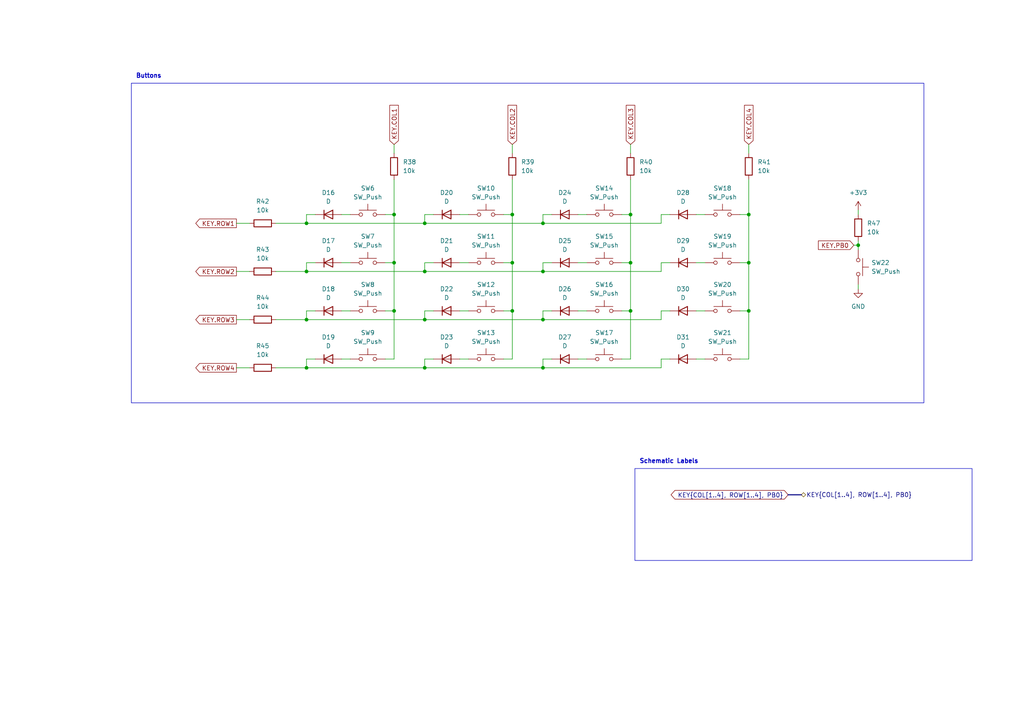
<source format=kicad_sch>
(kicad_sch (version 20230121) (generator eeschema)
  (paper "A4")
  (lib_symbols
    (symbol "Device:D" (pin_numbers hide) (pin_names (offset 1.016) hide)
      (property "Reference" "D" (at 0 2.54 0))
      (property "Value" "D" (at 0 -2.54 0))
      (symbol "D_0_1"
        (polyline (pts (xy -1.27 1.27) (xy -1.27 -1.27)) (stroke (width 0.254)))
        (polyline (pts (xy 1.27 0) (xy -1.27 0)))
        (polyline (pts (xy 1.27 1.27) (xy 1.27 -1.27) (xy -1.27 0) (xy 1.27 1.27)) (stroke (width 0.254)))
      )
      (symbol "D_1_1"
        (pin passive line (at -3.81 0 0) (length 2.54) (name "K") (number "1"))
        (pin passive line (at 3.81 0 180) (length 2.54) (name "A") (number "2"))
      )
    )
    (symbol "Device:R" (pin_numbers hide) (pin_names (offset 0))
      (property "Reference" "R" (at 2.032 0 90))
      (property "Value" "R" (at 0 0 90))
      (symbol "R_0_1"
        (rectangle (start -1.016 -2.54) (end 1.016 2.54) (stroke (width 0.254)))
      )
      (symbol "R_1_1"
        (pin passive line (at 0 3.81 270) (length 1.27) (name "~") (number "1"))
        (pin passive line (at 0 -3.81 90) (length 1.27) (name "~") (number "2"))
      )
    )
    (symbol "Switch:SW_Push" (pin_numbers hide) (pin_names (offset 1.016) hide)
      (property "Reference" "SW" (at 1.27 2.54 0))
      (property "Value" "SW_Push" (at 0 -1.524 0))
      (symbol "SW_Push_0_1"
        (circle (center -2.032 0) (radius 0.508))
        (polyline (pts (xy 0 1.27) (xy 0 3.048)))
        (polyline (pts (xy 2.54 1.27) (xy -2.54 1.27)))
        (circle (center 2.032 0) (radius 0.508))
        (pin passive line (at -5.08 0 0) (length 2.54) (name "1") (number "1"))
        (pin passive line (at 5.08 0 180) (length 2.54) (name "2") (number "2"))
      )
    )
    (symbol "power:+3V3" (power) (pin_names (offset 0))
      (property "Value" "+3V3" (at 0 3.556 0))
      (symbol "+3V3_0_1"
        (polyline (pts (xy -0.762 1.27) (xy 0 2.54)))
        (polyline (pts (xy 0 0) (xy 0 2.54)))
        (polyline (pts (xy 0 2.54) (xy 0.762 1.27)))
      )
      (symbol "+3V3_1_1"
        (pin power_in line (at 0 0 90) (length 0) hide (name "+3V3") (number "1"))
      )
    )
    (symbol "power:GND" (power) (pin_names (offset 0))
      (property "Value" "GND" (at 0 -3.81 0))
      (symbol "GND_0_1"
        (polyline (pts (xy 0 0) (xy 0 -1.27) (xy 1.27 -1.27) (xy 0 -2.54) (xy -1.27 -1.27) (xy 0 -1.27)))
      )
      (symbol "GND_1_1"
        (pin power_in line (at 0 0 270) (length 0) hide (name "GND") (number "1"))
      )
    )
  )
  (junction (at 248.92 71.12))
  (junction (at 88.9 106.68))
  (junction (at 123.19 64.77))
  (junction (at 123.19 78.74))
  (junction (at 157.48 92.71))
  (junction (at 88.9 64.77))
  (junction (at 114.3 90.17))
  (junction (at 217.17 62.23))
  (junction (at 148.59 90.17))
  (junction (at 88.9 92.71))
  (junction (at 114.3 76.2))
  (junction (at 157.48 64.77))
  (junction (at 217.17 90.17))
  (junction (at 157.48 78.74))
  (junction (at 182.88 76.2))
  (junction (at 157.48 106.68))
  (junction (at 182.88 62.23))
  (junction (at 123.19 92.71))
  (junction (at 123.19 106.68))
  (junction (at 182.88 90.17))
  (junction (at 148.59 76.2))
  (junction (at 114.3 62.23))
  (junction (at 88.9 78.74))
  (junction (at 217.17 76.2))
  (junction (at 148.59 62.23))
  (wire (pts (xy 123.19 90.17) (xy 123.19 92.71)))
  (wire (pts (xy 123.19 104.14) (xy 123.19 106.68)))
  (wire (pts (xy 182.88 41.91) (xy 182.88 44.45)))
  (wire (pts (xy 182.88 76.2) (xy 182.88 90.17)))
  (wire (pts (xy 180.34 76.2) (xy 182.88 76.2)))
  (wire (pts (xy 88.9 76.2) (xy 88.9 78.74)))
  (wire (pts (xy 157.48 76.2) (xy 157.48 78.74)))
  (wire (pts (xy 125.73 76.2) (xy 123.19 76.2)))
  (wire (pts (xy 180.34 90.17) (xy 182.88 90.17)))
  (wire (pts (xy 170.18 104.14) (xy 167.64 104.14)))
  (wire (pts (xy 135.89 62.23) (xy 133.35 62.23)))
  (wire (pts (xy 125.73 104.14) (xy 123.19 104.14)))
  (wire (pts (xy 88.9 62.23) (xy 88.9 64.77)))
  (wire (pts (xy 91.44 76.2) (xy 88.9 76.2)))
  (wire (pts (xy 146.05 62.23) (xy 148.59 62.23)))
  (wire (pts (xy 160.02 76.2) (xy 157.48 76.2)))
  (wire (pts (xy 148.59 90.17) (xy 148.59 104.14)))
  (wire (pts (xy 123.19 78.74) (xy 157.48 78.74)))
  (wire (pts (xy 217.17 104.14) (xy 214.63 104.14)))
  (wire (pts (xy 160.02 104.14) (xy 157.48 104.14)))
  (wire (pts (xy 123.19 76.2) (xy 123.19 78.74)))
  (wire (pts (xy 160.02 62.23) (xy 157.48 62.23)))
  (wire (pts (xy 214.63 76.2) (xy 217.17 76.2)))
  (wire (pts (xy 217.17 90.17) (xy 217.17 104.14)))
  (wire (pts (xy 114.3 104.14) (xy 111.76 104.14)))
  (wire (pts (xy 88.9 78.74) (xy 123.19 78.74)))
  (wire (pts (xy 123.19 92.71) (xy 157.48 92.71)))
  (wire (pts (xy 101.6 76.2) (xy 99.06 76.2)))
  (wire (pts (xy 157.48 64.77) (xy 191.77 64.77)))
  (wire (pts (xy 125.73 62.23) (xy 123.19 62.23)))
  (wire (pts (xy 123.19 64.77) (xy 157.48 64.77)))
  (wire (pts (xy 247.65 71.12) (xy 248.92 71.12)))
  (wire (pts (xy 248.92 69.85) (xy 248.92 71.12)))
  (wire (pts (xy 191.77 62.23) (xy 191.77 64.77)))
  (wire (pts (xy 123.19 106.68) (xy 157.48 106.68)))
  (wire (pts (xy 217.17 41.91) (xy 217.17 44.45)))
  (wire (pts (xy 191.77 90.17) (xy 191.77 92.71)))
  (wire (pts (xy 248.92 71.12) (xy 248.92 72.39)))
  (bus (pts (xy 228.6 143.51) (xy 232.41 143.51)))
  (wire (pts (xy 68.58 78.74) (xy 72.39 78.74)))
  (wire (pts (xy 146.05 90.17) (xy 148.59 90.17)))
  (wire (pts (xy 148.59 76.2) (xy 148.59 90.17)))
  (wire (pts (xy 91.44 90.17) (xy 88.9 90.17)))
  (wire (pts (xy 125.73 90.17) (xy 123.19 90.17)))
  (wire (pts (xy 68.58 64.77) (xy 72.39 64.77)))
  (wire (pts (xy 194.31 104.14) (xy 191.77 104.14)))
  (wire (pts (xy 182.88 62.23) (xy 182.88 76.2)))
  (wire (pts (xy 88.9 106.68) (xy 123.19 106.68)))
  (wire (pts (xy 217.17 62.23) (xy 217.17 76.2)))
  (wire (pts (xy 88.9 90.17) (xy 88.9 92.71)))
  (wire (pts (xy 114.3 76.2) (xy 114.3 90.17)))
  (wire (pts (xy 114.3 41.91) (xy 114.3 44.45)))
  (wire (pts (xy 217.17 76.2) (xy 217.17 90.17)))
  (wire (pts (xy 194.31 90.17) (xy 191.77 90.17)))
  (wire (pts (xy 217.17 52.07) (xy 217.17 62.23)))
  (wire (pts (xy 182.88 104.14) (xy 180.34 104.14)))
  (wire (pts (xy 91.44 104.14) (xy 88.9 104.14)))
  (wire (pts (xy 214.63 90.17) (xy 217.17 90.17)))
  (wire (pts (xy 182.88 90.17) (xy 182.88 104.14)))
  (wire (pts (xy 68.58 92.71) (xy 72.39 92.71)))
  (wire (pts (xy 157.48 62.23) (xy 157.48 64.77)))
  (wire (pts (xy 80.01 78.74) (xy 88.9 78.74)))
  (wire (pts (xy 91.44 62.23) (xy 88.9 62.23)))
  (wire (pts (xy 101.6 104.14) (xy 99.06 104.14)))
  (wire (pts (xy 182.88 52.07) (xy 182.88 62.23)))
  (wire (pts (xy 170.18 76.2) (xy 167.64 76.2)))
  (wire (pts (xy 204.47 90.17) (xy 201.93 90.17)))
  (wire (pts (xy 148.59 41.91) (xy 148.59 44.45)))
  (wire (pts (xy 114.3 62.23) (xy 114.3 76.2)))
  (wire (pts (xy 148.59 104.14) (xy 146.05 104.14)))
  (wire (pts (xy 114.3 52.07) (xy 114.3 62.23)))
  (wire (pts (xy 80.01 92.71) (xy 88.9 92.71)))
  (wire (pts (xy 88.9 104.14) (xy 88.9 106.68)))
  (wire (pts (xy 170.18 62.23) (xy 167.64 62.23)))
  (wire (pts (xy 191.77 104.14) (xy 191.77 106.68)))
  (wire (pts (xy 248.92 82.55) (xy 248.92 83.82)))
  (wire (pts (xy 68.58 106.68) (xy 72.39 106.68)))
  (wire (pts (xy 157.48 104.14) (xy 157.48 106.68)))
  (wire (pts (xy 101.6 62.23) (xy 99.06 62.23)))
  (wire (pts (xy 114.3 90.17) (xy 114.3 104.14)))
  (wire (pts (xy 146.05 76.2) (xy 148.59 76.2)))
  (wire (pts (xy 123.19 62.23) (xy 123.19 64.77)))
  (wire (pts (xy 204.47 76.2) (xy 201.93 76.2)))
  (wire (pts (xy 180.34 62.23) (xy 182.88 62.23)))
  (wire (pts (xy 111.76 62.23) (xy 114.3 62.23)))
  (wire (pts (xy 157.48 92.71) (xy 191.77 92.71)))
  (wire (pts (xy 111.76 90.17) (xy 114.3 90.17)))
  (wire (pts (xy 204.47 62.23) (xy 201.93 62.23)))
  (wire (pts (xy 111.76 76.2) (xy 114.3 76.2)))
  (wire (pts (xy 148.59 52.07) (xy 148.59 62.23)))
  (wire (pts (xy 157.48 90.17) (xy 157.48 92.71)))
  (wire (pts (xy 135.89 76.2) (xy 133.35 76.2)))
  (wire (pts (xy 80.01 106.68) (xy 88.9 106.68)))
  (wire (pts (xy 160.02 90.17) (xy 157.48 90.17)))
  (wire (pts (xy 101.6 90.17) (xy 99.06 90.17)))
  (wire (pts (xy 80.01 64.77) (xy 88.9 64.77)))
  (wire (pts (xy 88.9 92.71) (xy 123.19 92.71)))
  (wire (pts (xy 148.59 62.23) (xy 148.59 76.2)))
  (wire (pts (xy 88.9 64.77) (xy 123.19 64.77)))
  (wire (pts (xy 248.92 60.96) (xy 248.92 62.23)))
  (wire (pts (xy 214.63 62.23) (xy 217.17 62.23)))
  (wire (pts (xy 157.48 78.74) (xy 191.77 78.74)))
  (wire (pts (xy 194.31 62.23) (xy 191.77 62.23)))
  (wire (pts (xy 135.89 104.14) (xy 133.35 104.14)))
  (wire (pts (xy 204.47 104.14) (xy 201.93 104.14)))
  (wire (pts (xy 135.89 90.17) (xy 133.35 90.17)))
  (wire (pts (xy 194.31 76.2) (xy 191.77 76.2)))
  (wire (pts (xy 170.18 90.17) (xy 167.64 90.17)))
  (wire (pts (xy 157.48 106.68) (xy 191.77 106.68)))
  (wire (pts (xy 191.77 76.2) (xy 191.77 78.74)))
  (rectangle (start 184.15 135.89) (end 281.94 162.56))
  (rectangle (start 38.1 24.13) (end 267.97 116.84))
  (text "Buttons" (at 39.37 22.86 0) (effects (font (size 1.27 1.27) (thickness 0.254) bold) (justify left bottom)))
  (text "Schematic Labels" (at 185.42 134.62 0) (effects (font (size 1.27 1.27) (thickness 0.254) bold) (justify left bottom)))
  (global_label "KEY.ROW4" (shape output) (at 68.58 106.68 180) (property "Intersheetrefs" "${INTERSHEET_REFS}" (effects hide)))
  (global_label "KEY.PB0" (shape input) (at 247.65 71.12 180) (property "Intersheetrefs" "${INTERSHEET_REFS}" (effects hide)))
  (global_label "KEY.COL2" (shape input) (at 148.59 41.91 90) (property "Intersheetrefs" "${INTERSHEET_REFS}" (effects hide)))
  (global_label "KEY.ROW3" (shape output) (at 68.58 92.71 180) (property "Intersheetrefs" "${INTERSHEET_REFS}" (effects hide)))
  (global_label "KEY.COL3" (shape input) (at 182.88 41.91 90) (property "Intersheetrefs" "${INTERSHEET_REFS}" (effects hide)))
  (global_label "KEY{COL[1..4], ROW[1..4], PB0}" (shape bidirectional) (at 228.6 143.51 180) (property "Intersheetrefs" "${INTERSHEET_REFS}" (effects hide)))
  (global_label "KEY.ROW2" (shape output) (at 68.58 78.74 180) (property "Intersheetrefs" "${INTERSHEET_REFS}" (effects hide)))
  (global_label "KEY.COL1" (shape input) (at 114.3 41.91 90) (property "Intersheetrefs" "${INTERSHEET_REFS}" (effects hide)))
  (global_label "KEY.COL4" (shape input) (at 217.17 41.91 90) (property "Intersheetrefs" "${INTERSHEET_REFS}" (effects hide)))
  (global_label "KEY.ROW1" (shape output) (at 68.58 64.77 180) (property "Intersheetrefs" "${INTERSHEET_REFS}" (effects hide)))
  (hierarchical_label "KEY{COL[1..4], ROW[1..4], PB0}" (shape bidirectional) (at 232.41 143.51 0))
  (symbol (lib_id "Switch:SW_Push") (at 106.68 90.17 0) (unit 1)
    (property "Reference" "SW8" (at 106.68 82.55 0))
    (property "Value" "SW_Push" (at 106.68 85.09 0))
  )
  (symbol (lib_id "Device:R") (at 114.3 48.26 0) (unit 1)
    (property "Reference" "R38" (at 116.84 46.99 0) (effects (justify left)))
    (property "Value" "10k" (at 116.84 49.53 0) (effects (justify left)))
  )
  (symbol (lib_id "Switch:SW_Push") (at 209.55 104.14 0) (unit 1)
    (property "Reference" "SW21" (at 209.55 96.52 0))
    (property "Value" "SW_Push" (at 209.55 99.06 0))
  )
  (symbol (lib_id "Device:D") (at 95.25 104.14 0) (unit 1)
    (property "Reference" "D19" (at 95.25 97.79 0))
    (property "Value" "D" (at 95.25 100.33 0))
    (property "Sim.Device" "D" (effects hide))
    (property "Sim.Pins" "1=K 2=A" (effects hide))
  )
  (symbol (lib_id "Switch:SW_Push") (at 106.68 104.14 0) (unit 1)
    (property "Reference" "SW9" (at 106.68 96.52 0))
    (property "Value" "SW_Push" (at 106.68 99.06 0))
  )
  (symbol (lib_id "Switch:SW_Push") (at 248.92 77.47 270) (unit 1)
    (property "Reference" "SW22" (at 252.73 76.2 90) (effects (justify left)))
    (property "Value" "SW_Push" (at 252.73 78.74 90) (effects (justify left)))
  )
  (symbol (lib_id "power:+3V3") (at 248.92 60.96 0) (unit 1)
    (property "Reference" "#PWR081" (effects hide))
    (property "Value" "+3V3" (at 248.92 55.88 0))
  )
  (symbol (lib_id "Switch:SW_Push") (at 140.97 104.14 0) (unit 1)
    (property "Reference" "SW13" (at 140.97 96.52 0))
    (property "Value" "SW_Push" (at 140.97 99.06 0))
  )
  (symbol (lib_id "Device:D") (at 129.54 90.17 0) (unit 1)
    (property "Reference" "D22" (at 129.54 83.82 0))
    (property "Value" "D" (at 129.54 86.36 0))
    (property "Sim.Device" "D" (effects hide))
    (property "Sim.Pins" "1=K 2=A" (effects hide))
  )
  (symbol (lib_id "Device:D") (at 198.12 76.2 0) (unit 1)
    (property "Reference" "D29" (at 198.12 69.85 0))
    (property "Value" "D" (at 198.12 72.39 0))
    (property "Sim.Device" "D" (effects hide))
    (property "Sim.Pins" "1=K 2=A" (effects hide))
  )
  (symbol (lib_id "Switch:SW_Push") (at 175.26 90.17 0) (unit 1)
    (property "Reference" "SW16" (at 175.26 82.55 0))
    (property "Value" "SW_Push" (at 175.26 85.09 0))
  )
  (symbol (lib_id "Device:R") (at 76.2 106.68 90) (unit 1)
    (property "Reference" "R45" (at 76.2 100.33 90))
    (property "Value" "10k" (at 76.2 102.87 90))
  )
  (symbol (lib_id "Device:R") (at 76.2 64.77 90) (unit 1)
    (property "Reference" "R42" (at 76.2 58.42 90))
    (property "Value" "10k" (at 76.2 60.96 90))
  )
  (symbol (lib_id "Device:D") (at 163.83 76.2 0) (unit 1)
    (property "Reference" "D25" (at 163.83 69.85 0))
    (property "Value" "D" (at 163.83 72.39 0))
    (property "Sim.Device" "D" (effects hide))
    (property "Sim.Pins" "1=K 2=A" (effects hide))
  )
  (symbol (lib_id "Device:D") (at 198.12 90.17 0) (unit 1)
    (property "Reference" "D30" (at 198.12 83.82 0))
    (property "Value" "D" (at 198.12 86.36 0))
    (property "Sim.Device" "D" (effects hide))
    (property "Sim.Pins" "1=K 2=A" (effects hide))
  )
  (symbol (lib_id "Switch:SW_Push") (at 140.97 90.17 0) (unit 1)
    (property "Reference" "SW12" (at 140.97 82.55 0))
    (property "Value" "SW_Push" (at 140.97 85.09 0))
  )
  (symbol (lib_id "Switch:SW_Push") (at 209.55 90.17 0) (unit 1)
    (property "Reference" "SW20" (at 209.55 82.55 0))
    (property "Value" "SW_Push" (at 209.55 85.09 0))
  )
  (symbol (lib_id "Device:D") (at 129.54 62.23 0) (unit 1)
    (property "Reference" "D20" (at 129.54 55.88 0))
    (property "Value" "D" (at 129.54 58.42 0))
    (property "Sim.Device" "D" (effects hide))
    (property "Sim.Pins" "1=K 2=A" (effects hide))
  )
  (symbol (lib_id "Device:R") (at 76.2 78.74 90) (unit 1)
    (property "Reference" "R43" (at 76.2 72.39 90))
    (property "Value" "10k" (at 76.2 74.93 90))
  )
  (symbol (lib_id "Device:R") (at 248.92 66.04 180) (unit 1)
    (property "Reference" "R47" (at 251.46 64.77 0) (effects (justify right)))
    (property "Value" "10k" (at 251.46 67.31 0) (effects (justify right)))
  )
  (symbol (lib_id "Device:R") (at 76.2 92.71 90) (unit 1)
    (property "Reference" "R44" (at 76.2 86.36 90))
    (property "Value" "10k" (at 76.2 88.9 90))
  )
  (symbol (lib_id "Device:D") (at 129.54 76.2 0) (unit 1)
    (property "Reference" "D21" (at 129.54 69.85 0))
    (property "Value" "D" (at 129.54 72.39 0))
    (property "Sim.Device" "D" (effects hide))
    (property "Sim.Pins" "1=K 2=A" (effects hide))
  )
  (symbol (lib_id "Device:D") (at 163.83 62.23 0) (unit 1)
    (property "Reference" "D24" (at 163.83 55.88 0))
    (property "Value" "D" (at 163.83 58.42 0))
    (property "Sim.Device" "D" (effects hide))
    (property "Sim.Pins" "1=K 2=A" (effects hide))
  )
  (symbol (lib_id "Device:D") (at 163.83 90.17 0) (unit 1)
    (property "Reference" "D26" (at 163.83 83.82 0))
    (property "Value" "D" (at 163.83 86.36 0))
    (property "Sim.Device" "D" (effects hide))
    (property "Sim.Pins" "1=K 2=A" (effects hide))
  )
  (symbol (lib_id "Device:D") (at 95.25 76.2 0) (unit 1)
    (property "Reference" "D17" (at 95.25 69.85 0))
    (property "Value" "D" (at 95.25 72.39 0))
    (property "Sim.Device" "D" (effects hide))
    (property "Sim.Pins" "1=K 2=A" (effects hide))
  )
  (symbol (lib_id "power:GND") (at 248.92 83.82 0) (unit 1)
    (property "Reference" "#PWR082" (effects hide))
    (property "Value" "GND" (at 248.92 88.9 0))
  )
  (symbol (lib_id "Switch:SW_Push") (at 106.68 76.2 0) (unit 1)
    (property "Reference" "SW7" (at 106.68 68.58 0))
    (property "Value" "SW_Push" (at 106.68 71.12 0))
  )
  (symbol (lib_id "Device:D") (at 95.25 62.23 0) (unit 1)
    (property "Reference" "D16" (at 95.25 55.88 0))
    (property "Value" "D" (at 95.25 58.42 0))
    (property "Sim.Device" "D" (effects hide))
    (property "Sim.Pins" "1=K 2=A" (effects hide))
  )
  (symbol (lib_id "Switch:SW_Push") (at 175.26 104.14 0) (unit 1)
    (property "Reference" "SW17" (at 175.26 96.52 0))
    (property "Value" "SW_Push" (at 175.26 99.06 0))
  )
  (symbol (lib_id "Device:R") (at 182.88 48.26 0) (unit 1)
    (property "Reference" "R40" (at 185.42 46.99 0) (effects (justify left)))
    (property "Value" "10k" (at 185.42 49.53 0) (effects (justify left)))
  )
  (symbol (lib_id "Switch:SW_Push") (at 209.55 76.2 0) (unit 1)
    (property "Reference" "SW19" (at 209.55 68.58 0))
    (property "Value" "SW_Push" (at 209.55 71.12 0))
  )
  (symbol (lib_id "Device:D") (at 198.12 62.23 0) (unit 1)
    (property "Reference" "D28" (at 198.12 55.88 0))
    (property "Value" "D" (at 198.12 58.42 0))
    (property "Sim.Device" "D" (effects hide))
    (property "Sim.Pins" "1=K 2=A" (effects hide))
  )
  (symbol (lib_id "Switch:SW_Push") (at 140.97 76.2 0) (unit 1)
    (property "Reference" "SW11" (at 140.97 68.58 0))
    (property "Value" "SW_Push" (at 140.97 71.12 0))
  )
  (symbol (lib_id "Switch:SW_Push") (at 175.26 62.23 0) (unit 1)
    (property "Reference" "SW14" (at 175.26 54.61 0))
    (property "Value" "SW_Push" (at 175.26 57.15 0))
  )
  (symbol (lib_id "Switch:SW_Push") (at 175.26 76.2 0) (unit 1)
    (property "Reference" "SW15" (at 175.26 68.58 0))
    (property "Value" "SW_Push" (at 175.26 71.12 0))
  )
  (symbol (lib_id "Switch:SW_Push") (at 106.68 62.23 0) (unit 1)
    (property "Reference" "SW6" (at 106.68 54.61 0))
    (property "Value" "SW_Push" (at 106.68 57.15 0))
  )
  (symbol (lib_id "Device:D") (at 163.83 104.14 0) (unit 1)
    (property "Reference" "D27" (at 163.83 97.79 0))
    (property "Value" "D" (at 163.83 100.33 0))
    (property "Sim.Device" "D" (effects hide))
    (property "Sim.Pins" "1=K 2=A" (effects hide))
  )
  (symbol (lib_id "Switch:SW_Push") (at 209.55 62.23 0) (unit 1)
    (property "Reference" "SW18" (at 209.55 54.61 0))
    (property "Value" "SW_Push" (at 209.55 57.15 0))
  )
  (symbol (lib_id "Device:R") (at 148.59 48.26 0) (unit 1)
    (property "Reference" "R39" (at 151.13 46.99 0) (effects (justify left)))
    (property "Value" "10k" (at 151.13 49.53 0) (effects (justify left)))
  )
  (symbol (lib_id "Device:D") (at 198.12 104.14 0) (unit 1)
    (property "Reference" "D31" (at 198.12 97.79 0))
    (property "Value" "D" (at 198.12 100.33 0))
    (property "Sim.Device" "D" (effects hide))
    (property "Sim.Pins" "1=K 2=A" (effects hide))
  )
  (symbol (lib_id "Device:D") (at 95.25 90.17 0) (unit 1)
    (property "Reference" "D18" (at 95.25 83.82 0))
    (property "Value" "D" (at 95.25 86.36 0))
    (property "Sim.Device" "D" (effects hide))
    (property "Sim.Pins" "1=K 2=A" (effects hide))
  )
  (symbol (lib_id "Switch:SW_Push") (at 140.97 62.23 0) (unit 1)
    (property "Reference" "SW10" (at 140.97 54.61 0))
    (property "Value" "SW_Push" (at 140.97 57.15 0))
  )
  (symbol (lib_id "Device:R") (at 217.17 48.26 0) (unit 1)
    (property "Reference" "R41" (at 219.71 46.99 0) (effects (justify left)))
    (property "Value" "10k" (at 219.71 49.53 0) (effects (justify left)))
  )
  (symbol (lib_id "Device:D") (at 129.54 104.14 0) (unit 1)
    (property "Reference" "D23" (at 129.54 97.79 0))
    (property "Value" "D" (at 129.54 100.33 0))
    (property "Sim.Device" "D" (effects hide))
    (property "Sim.Pins" "1=K 2=A" (effects hide))
  )
)
</source>
